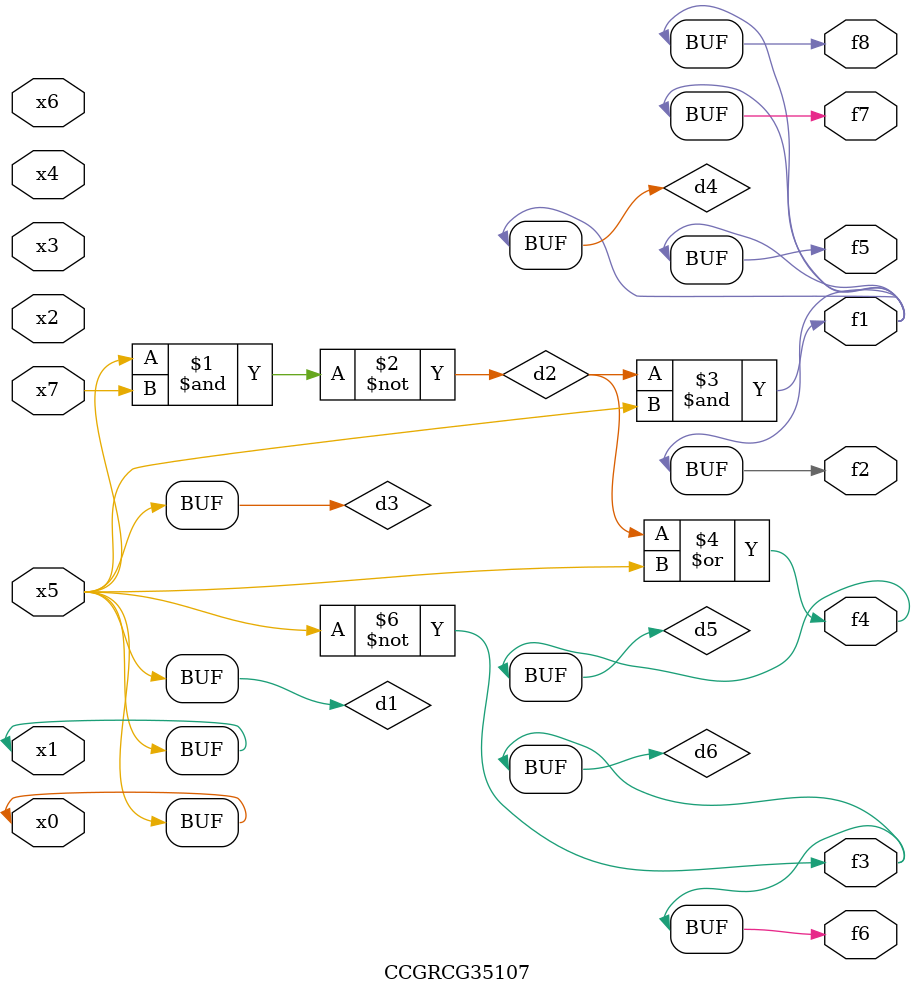
<source format=v>
module CCGRCG35107(
	input x0, x1, x2, x3, x4, x5, x6, x7,
	output f1, f2, f3, f4, f5, f6, f7, f8
);

	wire d1, d2, d3, d4, d5, d6;

	buf (d1, x0, x5);
	nand (d2, x5, x7);
	buf (d3, x0, x1);
	and (d4, d2, d3);
	or (d5, d2, d3);
	nor (d6, d1, d3);
	assign f1 = d4;
	assign f2 = d4;
	assign f3 = d6;
	assign f4 = d5;
	assign f5 = d4;
	assign f6 = d6;
	assign f7 = d4;
	assign f8 = d4;
endmodule

</source>
